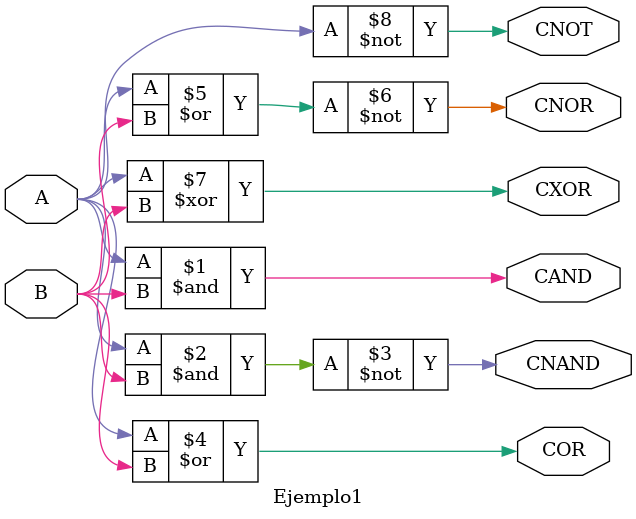
<source format=v>
module Ejemplo1 (A,B,CAND,CNAND,COR,CNOR,CXOR,CNOT);
input A,B;
output CAND,CNAND,COR,CNOR,CXOR,CNOT;

assign CAND=A&B;
assign CNAND=~(A&B);
assign COR=A|B;
assign CNOR=~(A|B);
assign CXOR=A^B;
assign CNOT=~A;

endmodule 

</source>
